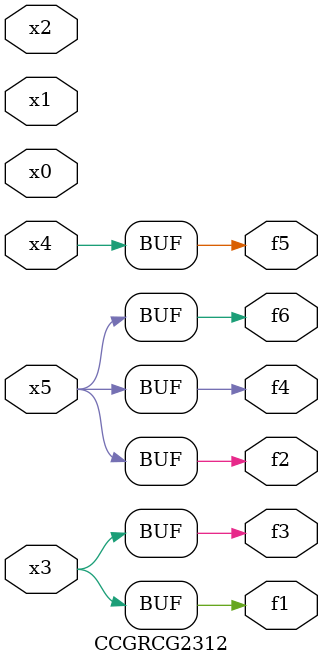
<source format=v>
module CCGRCG2312(
	input x0, x1, x2, x3, x4, x5,
	output f1, f2, f3, f4, f5, f6
);
	assign f1 = x3;
	assign f2 = x5;
	assign f3 = x3;
	assign f4 = x5;
	assign f5 = x4;
	assign f6 = x5;
endmodule

</source>
